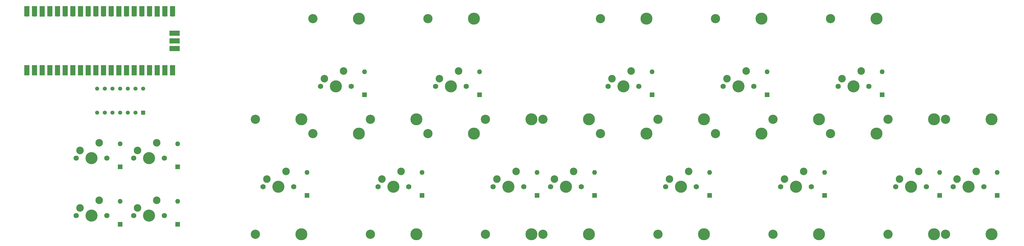
<source format=gbs>
G04 #@! TF.GenerationSoftware,KiCad,Pcbnew,8.0.3*
G04 #@! TF.CreationDate,2024-07-25T17:07:34-07:00*
G04 #@! TF.ProjectId,melokey,6d656c6f-6b65-4792-9e6b-696361645f70,rev?*
G04 #@! TF.SameCoordinates,Original*
G04 #@! TF.FileFunction,Soldermask,Bot*
G04 #@! TF.FilePolarity,Negative*
%FSLAX46Y46*%
G04 Gerber Fmt 4.6, Leading zero omitted, Abs format (unit mm)*
G04 Created by KiCad (PCBNEW 8.0.3) date 2024-07-25 17:07:34*
%MOMM*%
%LPD*%
G01*
G04 APERTURE LIST*
G04 Aperture macros list*
%AMRoundRect*
0 Rectangle with rounded corners*
0 $1 Rounding radius*
0 $2 $3 $4 $5 $6 $7 $8 $9 X,Y pos of 4 corners*
0 Add a 4 corners polygon primitive as box body*
4,1,4,$2,$3,$4,$5,$6,$7,$8,$9,$2,$3,0*
0 Add four circle primitives for the rounded corners*
1,1,$1+$1,$2,$3*
1,1,$1+$1,$4,$5*
1,1,$1+$1,$6,$7*
1,1,$1+$1,$8,$9*
0 Add four rect primitives between the rounded corners*
20,1,$1+$1,$2,$3,$4,$5,0*
20,1,$1+$1,$4,$5,$6,$7,0*
20,1,$1+$1,$6,$7,$8,$9,0*
20,1,$1+$1,$8,$9,$2,$3,0*%
G04 Aperture macros list end*
%ADD10C,1.750000*%
%ADD11C,4.000000*%
%ADD12C,2.500000*%
%ADD13C,3.048000*%
%ADD14C,3.987800*%
%ADD15R,1.600000X1.600000*%
%ADD16O,1.600000X1.600000*%
%ADD17RoundRect,0.102000X0.570000X-0.570000X0.570000X0.570000X-0.570000X0.570000X-0.570000X-0.570000X0*%
%ADD18C,1.344000*%
%ADD19O,1.700000X1.700000*%
%ADD20R,1.700000X3.500000*%
%ADD21R,1.700000X1.700000*%
%ADD22R,3.500000X1.700000*%
G04 APERTURE END LIST*
D10*
G04 #@! TO.C,SW9*
X151923750Y-171767500D03*
D11*
X157003750Y-171767500D03*
D10*
X162083750Y-171767500D03*
D12*
X153193750Y-169227500D03*
X159543750Y-166687500D03*
G04 #@! TD*
D10*
G04 #@! TO.C,SW17*
X90011250Y-214630000D03*
D11*
X95091250Y-214630000D03*
D10*
X100171250Y-214630000D03*
D12*
X91281250Y-212090000D03*
X97631250Y-209550000D03*
G04 #@! TD*
D10*
G04 #@! TO.C,SW8*
X361473750Y-205105000D03*
D11*
X366553750Y-205105000D03*
D10*
X371633750Y-205105000D03*
D12*
X362743750Y-202565000D03*
X369093750Y-200025000D03*
G04 #@! TD*
D13*
G04 #@! TO.C,REF\u002A\u002A*
X339898750Y-220780000D03*
D14*
X355108750Y-220780000D03*
D13*
X339898750Y-182680000D03*
D14*
X355108750Y-182680000D03*
G04 #@! TD*
D13*
G04 #@! TO.C,REF\u002A\u002A*
X320848750Y-187442500D03*
D14*
X336058750Y-187442500D03*
D13*
X320848750Y-149342500D03*
D14*
X336058750Y-149342500D03*
G04 #@! TD*
D13*
G04 #@! TO.C,REF\u002A\u002A*
X168448750Y-220780000D03*
D14*
X183658750Y-220780000D03*
D13*
X168448750Y-182680000D03*
D14*
X183658750Y-182680000D03*
G04 #@! TD*
D10*
G04 #@! TO.C,SW2*
X170973750Y-205105000D03*
D11*
X176053750Y-205105000D03*
D10*
X181133750Y-205105000D03*
D12*
X172243750Y-202565000D03*
X178593750Y-200025000D03*
G04 #@! TD*
D10*
G04 #@! TO.C,SW13*
X323373750Y-171767500D03*
D11*
X328453750Y-171767500D03*
D10*
X333533750Y-171767500D03*
D12*
X324643750Y-169227500D03*
X330993750Y-166687500D03*
G04 #@! TD*
D10*
G04 #@! TO.C,SW10*
X190023750Y-171767500D03*
D11*
X195103750Y-171767500D03*
D10*
X200183750Y-171767500D03*
D12*
X191293750Y-169227500D03*
X197643750Y-166687500D03*
G04 #@! TD*
D13*
G04 #@! TO.C,REF\u002A\u002A*
X301798750Y-220780000D03*
D14*
X317008750Y-220780000D03*
D13*
X301798750Y-182680000D03*
D14*
X317008750Y-182680000D03*
G04 #@! TD*
D13*
G04 #@! TO.C,REF\u002A\u002A*
X263698750Y-220780000D03*
D14*
X278908750Y-220780000D03*
D13*
X263698750Y-182680000D03*
D14*
X278908750Y-182680000D03*
G04 #@! TD*
D10*
G04 #@! TO.C,SW16*
X70961250Y-214630000D03*
D11*
X76041250Y-214630000D03*
D10*
X81121250Y-214630000D03*
D12*
X72231250Y-212090000D03*
X78581250Y-209550000D03*
G04 #@! TD*
D10*
G04 #@! TO.C,SW15*
X90011250Y-195580000D03*
D11*
X95091250Y-195580000D03*
D10*
X100171250Y-195580000D03*
D12*
X91281250Y-193040000D03*
X97631250Y-190500000D03*
G04 #@! TD*
D10*
G04 #@! TO.C,SW12*
X285273750Y-171767500D03*
D11*
X290353750Y-171767500D03*
D10*
X295433750Y-171767500D03*
D12*
X286543750Y-169227500D03*
X292893750Y-166687500D03*
G04 #@! TD*
D13*
G04 #@! TO.C,REF\u002A\u002A*
X149398750Y-187442500D03*
D14*
X164608750Y-187442500D03*
D13*
X149398750Y-149342500D03*
D14*
X164608750Y-149342500D03*
G04 #@! TD*
D10*
G04 #@! TO.C,SW3*
X209073750Y-205105000D03*
D11*
X214153750Y-205105000D03*
D10*
X219233750Y-205105000D03*
D12*
X210343750Y-202565000D03*
X216693750Y-200025000D03*
G04 #@! TD*
D10*
G04 #@! TO.C,SW7*
X342423750Y-205105000D03*
D11*
X347503750Y-205105000D03*
D10*
X352583750Y-205105000D03*
D12*
X343693750Y-202565000D03*
X350043750Y-200025000D03*
G04 #@! TD*
D13*
G04 #@! TO.C,REF\u002A\u002A*
X187498750Y-187442500D03*
D14*
X202708750Y-187442500D03*
D13*
X187498750Y-149342500D03*
D14*
X202708750Y-149342500D03*
G04 #@! TD*
D13*
G04 #@! TO.C,REF\u002A\u002A*
X206548750Y-220780000D03*
D14*
X221758750Y-220780000D03*
D13*
X206548750Y-182680000D03*
D14*
X221758750Y-182680000D03*
G04 #@! TD*
D13*
G04 #@! TO.C,REF\u002A\u002A*
X244648750Y-187442500D03*
D14*
X259858750Y-187442500D03*
D13*
X244648750Y-149342500D03*
D14*
X259858750Y-149342500D03*
G04 #@! TD*
D10*
G04 #@! TO.C,SW1*
X132873750Y-205105000D03*
D11*
X137953750Y-205105000D03*
D10*
X143033750Y-205105000D03*
D12*
X134143750Y-202565000D03*
X140493750Y-200025000D03*
G04 #@! TD*
D10*
G04 #@! TO.C,SW4*
X228123750Y-205105000D03*
D11*
X233203750Y-205105000D03*
D10*
X238283750Y-205105000D03*
D12*
X229393750Y-202565000D03*
X235743750Y-200025000D03*
G04 #@! TD*
D13*
G04 #@! TO.C,REF\u002A\u002A*
X358948750Y-220780000D03*
D14*
X374158750Y-220780000D03*
D13*
X358948750Y-182680000D03*
D14*
X374158750Y-182680000D03*
G04 #@! TD*
D13*
G04 #@! TO.C,REF\u002A\u002A*
X225598750Y-220780000D03*
D14*
X240808750Y-220780000D03*
D13*
X225598750Y-182680000D03*
D14*
X240808750Y-182680000D03*
G04 #@! TD*
D13*
G04 #@! TO.C,REF\u002A\u002A*
X282748750Y-187442500D03*
D14*
X297958750Y-187442500D03*
D13*
X282748750Y-149342500D03*
D14*
X297958750Y-149342500D03*
G04 #@! TD*
D13*
G04 #@! TO.C,REF\u002A\u002A*
X130348750Y-220780000D03*
D14*
X145558750Y-220780000D03*
D13*
X130348750Y-182680000D03*
D14*
X145558750Y-182680000D03*
G04 #@! TD*
D10*
G04 #@! TO.C,SW6*
X304323750Y-205105000D03*
D11*
X309403750Y-205105000D03*
D10*
X314483750Y-205105000D03*
D12*
X305593750Y-202565000D03*
X311943750Y-200025000D03*
G04 #@! TD*
D10*
G04 #@! TO.C,SW5*
X266223750Y-205105000D03*
D11*
X271303750Y-205105000D03*
D10*
X276383750Y-205105000D03*
D12*
X267493750Y-202565000D03*
X273843750Y-200025000D03*
G04 #@! TD*
D10*
G04 #@! TO.C,SW14*
X70961250Y-195580000D03*
D11*
X76041250Y-195580000D03*
D10*
X81121250Y-195580000D03*
D12*
X72231250Y-193040000D03*
X78581250Y-190500000D03*
G04 #@! TD*
D10*
G04 #@! TO.C,SW11*
X247173750Y-171767500D03*
D11*
X252253750Y-171767500D03*
D10*
X257333750Y-171767500D03*
D12*
X248443750Y-169227500D03*
X254793750Y-166687500D03*
G04 #@! TD*
D15*
G04 #@! TO.C,D17*
X104616250Y-217487500D03*
D16*
X104616250Y-209867500D03*
G04 #@! TD*
D15*
G04 #@! TO.C,D11*
X261778750Y-174625000D03*
D16*
X261778750Y-167005000D03*
G04 #@! TD*
D15*
G04 #@! TO.C,D4*
X242728750Y-207962500D03*
D16*
X242728750Y-200342500D03*
G04 #@! TD*
D15*
G04 #@! TO.C,D10*
X204628750Y-174625000D03*
D16*
X204628750Y-167005000D03*
G04 #@! TD*
D15*
G04 #@! TO.C,D14*
X85566250Y-198437500D03*
D16*
X85566250Y-190817500D03*
G04 #@! TD*
D15*
G04 #@! TO.C,D8*
X376078750Y-207962500D03*
D16*
X376078750Y-200342500D03*
G04 #@! TD*
D15*
G04 #@! TO.C,D15*
X104616250Y-198437500D03*
D16*
X104616250Y-190817500D03*
G04 #@! TD*
D15*
G04 #@! TO.C,D2*
X185578750Y-207962500D03*
D16*
X185578750Y-200342500D03*
G04 #@! TD*
D15*
G04 #@! TO.C,D3*
X223678750Y-207962500D03*
D16*
X223678750Y-200342500D03*
G04 #@! TD*
D15*
G04 #@! TO.C,D12*
X299878750Y-174625000D03*
D16*
X299878750Y-167005000D03*
G04 #@! TD*
D17*
G04 #@! TO.C,U2*
X93186250Y-180500000D03*
D18*
X90646250Y-180500000D03*
X88106250Y-180500000D03*
X85566250Y-180500000D03*
X83026250Y-180500000D03*
X80486250Y-180500000D03*
X77946250Y-180500000D03*
X77946250Y-172560000D03*
X80486250Y-172560000D03*
X83026250Y-172560000D03*
X85566250Y-172560000D03*
X88106250Y-172560000D03*
X90646250Y-172560000D03*
X93186250Y-172560000D03*
G04 #@! TD*
D15*
G04 #@! TO.C,D1*
X147478750Y-207962500D03*
D16*
X147478750Y-200342500D03*
G04 #@! TD*
D15*
G04 #@! TO.C,D7*
X357028750Y-207962500D03*
D16*
X357028750Y-200342500D03*
G04 #@! TD*
D19*
G04 #@! TO.C,U1*
X54696250Y-147797500D03*
D20*
X54696250Y-146897500D03*
D19*
X57236250Y-147797500D03*
D20*
X57236250Y-146897500D03*
D21*
X59776250Y-147797500D03*
D20*
X59776250Y-146897500D03*
D19*
X62316250Y-147797500D03*
D20*
X62316250Y-146897500D03*
D19*
X64856250Y-147797500D03*
D20*
X64856250Y-146897500D03*
D19*
X67396250Y-147797500D03*
D20*
X67396250Y-146897500D03*
D19*
X69936250Y-147797500D03*
D20*
X69936250Y-146897500D03*
D21*
X72476250Y-147797500D03*
D20*
X72476250Y-146897500D03*
D19*
X75016250Y-147797500D03*
D20*
X75016250Y-146897500D03*
D19*
X77556250Y-147797500D03*
D20*
X77556250Y-146897500D03*
D19*
X80096250Y-147797500D03*
D20*
X80096250Y-146897500D03*
D19*
X82636250Y-147797500D03*
D20*
X82636250Y-146897500D03*
D21*
X85176250Y-147797500D03*
D20*
X85176250Y-146897500D03*
D19*
X87716250Y-147797500D03*
D20*
X87716250Y-146897500D03*
D19*
X90256250Y-147797500D03*
D20*
X90256250Y-146897500D03*
D19*
X92796250Y-147797500D03*
D20*
X92796250Y-146897500D03*
D19*
X95336250Y-147797500D03*
D20*
X95336250Y-146897500D03*
D21*
X97876250Y-147797500D03*
D20*
X97876250Y-146897500D03*
D19*
X100416250Y-147797500D03*
D20*
X100416250Y-146897500D03*
D19*
X102956250Y-147797500D03*
D20*
X102956250Y-146897500D03*
D19*
X102956250Y-165577500D03*
D20*
X102956250Y-166477500D03*
D19*
X100416250Y-165577500D03*
D20*
X100416250Y-166477500D03*
D21*
X97876250Y-165577500D03*
D20*
X97876250Y-166477500D03*
D19*
X95336250Y-165577500D03*
D20*
X95336250Y-166477500D03*
D19*
X92796250Y-165577500D03*
D20*
X92796250Y-166477500D03*
D19*
X90256250Y-165577500D03*
D20*
X90256250Y-166477500D03*
D19*
X87716250Y-165577500D03*
D20*
X87716250Y-166477500D03*
D21*
X85176250Y-165577500D03*
D20*
X85176250Y-166477500D03*
D19*
X82636250Y-165577500D03*
D20*
X82636250Y-166477500D03*
D19*
X80096250Y-165577500D03*
D20*
X80096250Y-166477500D03*
D19*
X77556250Y-165577500D03*
D20*
X77556250Y-166477500D03*
D19*
X75016250Y-165577500D03*
D20*
X75016250Y-166477500D03*
D21*
X72476250Y-165577500D03*
D20*
X72476250Y-166477500D03*
D19*
X69936250Y-165577500D03*
D20*
X69936250Y-166477500D03*
D19*
X67396250Y-165577500D03*
D20*
X67396250Y-166477500D03*
D19*
X64856250Y-165577500D03*
D20*
X64856250Y-166477500D03*
D19*
X62316250Y-165577500D03*
D20*
X62316250Y-166477500D03*
D21*
X59776250Y-165577500D03*
D20*
X59776250Y-166477500D03*
D19*
X57236250Y-165577500D03*
D20*
X57236250Y-166477500D03*
D19*
X54696250Y-165577500D03*
D20*
X54696250Y-166477500D03*
D19*
X102726250Y-154147500D03*
D22*
X103626250Y-154147500D03*
D21*
X102726250Y-156687500D03*
D22*
X103626250Y-156687500D03*
D19*
X102726250Y-159227500D03*
D22*
X103626250Y-159227500D03*
G04 #@! TD*
D15*
G04 #@! TO.C,D13*
X337978750Y-174625000D03*
D16*
X337978750Y-167005000D03*
G04 #@! TD*
D15*
G04 #@! TO.C,D5*
X280828750Y-207962500D03*
D16*
X280828750Y-200342500D03*
G04 #@! TD*
D15*
G04 #@! TO.C,D16*
X85566250Y-217487500D03*
D16*
X85566250Y-209867500D03*
G04 #@! TD*
D15*
G04 #@! TO.C,D6*
X318928750Y-207962500D03*
D16*
X318928750Y-200342500D03*
G04 #@! TD*
D15*
G04 #@! TO.C,D9*
X166528750Y-174625000D03*
D16*
X166528750Y-167005000D03*
G04 #@! TD*
M02*

</source>
